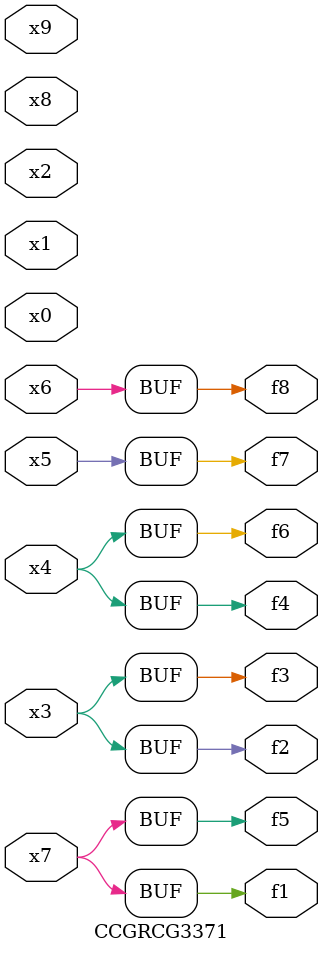
<source format=v>
module CCGRCG3371(
	input x0, x1, x2, x3, x4, x5, x6, x7, x8, x9,
	output f1, f2, f3, f4, f5, f6, f7, f8
);
	assign f1 = x7;
	assign f2 = x3;
	assign f3 = x3;
	assign f4 = x4;
	assign f5 = x7;
	assign f6 = x4;
	assign f7 = x5;
	assign f8 = x6;
endmodule

</source>
